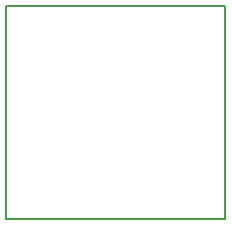
<source format=gbr>
G04 #@! TF.GenerationSoftware,KiCad,Pcbnew,(5.1.2)-2*
G04 #@! TF.CreationDate,2020-12-19T11:55:12-08:00*
G04 #@! TF.ProjectId,GrenadeConversion3,4772656e-6164-4654-936f-6e7665727369,rev?*
G04 #@! TF.SameCoordinates,Original*
G04 #@! TF.FileFunction,Profile,NP*
%FSLAX46Y46*%
G04 Gerber Fmt 4.6, Leading zero omitted, Abs format (unit mm)*
G04 Created by KiCad (PCBNEW (5.1.2)-2) date 2020-12-19 11:55:12*
%MOMM*%
%LPD*%
G04 APERTURE LIST*
%ADD10C,0.150000*%
G04 APERTURE END LIST*
D10*
X103632000Y-89408000D02*
X122174000Y-89408000D01*
X103632000Y-107442000D02*
X103632000Y-89408000D01*
X122174000Y-107442000D02*
X103632000Y-107442000D01*
X122174000Y-89408000D02*
X122174000Y-107442000D01*
M02*

</source>
